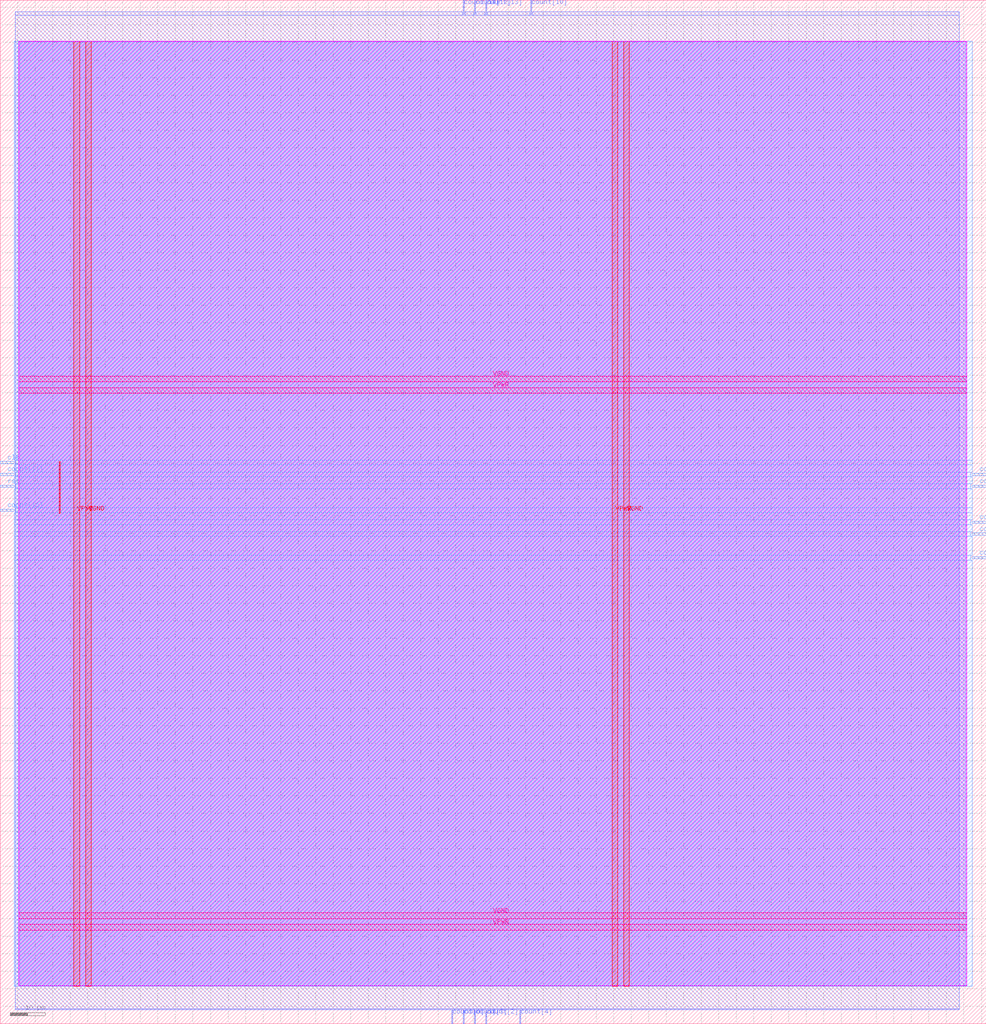
<source format=lef>
VERSION 5.7 ;
  NOWIREEXTENSIONATPIN ON ;
  DIVIDERCHAR "/" ;
  BUSBITCHARS "[]" ;
MACRO counter16bit
  CLASS BLOCK ;
  FOREIGN counter16bit ;
  ORIGIN 0.000 0.000 ;
  SIZE 281.355 BY 292.075 ;
  PIN VGND
    DIRECTION INOUT ;
    USE GROUND ;
    PORT
      LAYER met4 ;
        RECT 24.340 10.640 25.940 280.400 ;
    END
    PORT
      LAYER met4 ;
        RECT 177.940 10.640 179.540 280.400 ;
    END
    PORT
      LAYER met5 ;
        RECT 5.280 30.030 275.780 31.630 ;
    END
    PORT
      LAYER met5 ;
        RECT 5.280 183.210 275.780 184.810 ;
    END
  END VGND
  PIN VPWR
    DIRECTION INOUT ;
    USE POWER ;
    PORT
      LAYER met4 ;
        RECT 21.040 10.640 22.640 280.400 ;
    END
    PORT
      LAYER met4 ;
        RECT 174.640 10.640 176.240 280.400 ;
    END
    PORT
      LAYER met5 ;
        RECT 5.280 26.730 275.780 28.330 ;
    END
    PORT
      LAYER met5 ;
        RECT 5.280 179.910 275.780 181.510 ;
    END
  END VPWR
  PIN clk
    DIRECTION INPUT ;
    USE SIGNAL ;
    ANTENNAGATEAREA 0.852000 ;
    PORT
      LAYER met3 ;
        RECT 0.000 159.840 4.000 160.440 ;
    END
  END clk
  PIN count[0]
    DIRECTION OUTPUT ;
    USE SIGNAL ;
    ANTENNADIFFAREA 0.445500 ;
    PORT
      LAYER met2 ;
        RECT 128.890 0.000 129.170 4.000 ;
    END
  END count[0]
  PIN count[10]
    DIRECTION OUTPUT ;
    USE SIGNAL ;
    ANTENNADIFFAREA 0.795200 ;
    PORT
      LAYER met2 ;
        RECT 151.430 288.075 151.710 292.075 ;
    END
  END count[10]
  PIN count[11]
    DIRECTION OUTPUT ;
    USE SIGNAL ;
    ANTENNADIFFAREA 0.445500 ;
    PORT
      LAYER met3 ;
        RECT 0.000 156.440 4.000 157.040 ;
    END
  END count[11]
  PIN count[12]
    DIRECTION OUTPUT ;
    USE SIGNAL ;
    ANTENNADIFFAREA 0.795200 ;
    PORT
      LAYER met2 ;
        RECT 135.330 288.075 135.610 292.075 ;
    END
  END count[12]
  PIN count[13]
    DIRECTION OUTPUT ;
    USE SIGNAL ;
    ANTENNADIFFAREA 0.795200 ;
    PORT
      LAYER met2 ;
        RECT 138.550 288.075 138.830 292.075 ;
    END
  END count[13]
  PIN count[14]
    DIRECTION OUTPUT ;
    USE SIGNAL ;
    ANTENNADIFFAREA 0.795200 ;
    PORT
      LAYER met2 ;
        RECT 132.110 288.075 132.390 292.075 ;
    END
  END count[14]
  PIN count[15]
    DIRECTION OUTPUT ;
    USE SIGNAL ;
    ANTENNADIFFAREA 0.445500 ;
    PORT
      LAYER met3 ;
        RECT 0.000 146.240 4.000 146.840 ;
    END
  END count[15]
  PIN count[1]
    DIRECTION OUTPUT ;
    USE SIGNAL ;
    ANTENNADIFFAREA 0.445500 ;
    PORT
      LAYER met2 ;
        RECT 132.110 0.000 132.390 4.000 ;
    END
  END count[1]
  PIN count[2]
    DIRECTION OUTPUT ;
    USE SIGNAL ;
    ANTENNADIFFAREA 0.445500 ;
    PORT
      LAYER met2 ;
        RECT 138.550 0.000 138.830 4.000 ;
    END
  END count[2]
  PIN count[3]
    DIRECTION OUTPUT ;
    USE SIGNAL ;
    ANTENNADIFFAREA 0.445500 ;
    PORT
      LAYER met2 ;
        RECT 135.330 0.000 135.610 4.000 ;
    END
  END count[3]
  PIN count[4]
    DIRECTION OUTPUT ;
    USE SIGNAL ;
    ANTENNADIFFAREA 0.445500 ;
    PORT
      LAYER met2 ;
        RECT 148.210 0.000 148.490 4.000 ;
    END
  END count[4]
  PIN count[5]
    DIRECTION OUTPUT ;
    USE SIGNAL ;
    ANTENNADIFFAREA 0.445500 ;
    PORT
      LAYER met3 ;
        RECT 277.355 132.640 281.355 133.240 ;
    END
  END count[5]
  PIN count[6]
    DIRECTION OUTPUT ;
    USE SIGNAL ;
    ANTENNADIFFAREA 0.445500 ;
    PORT
      LAYER met3 ;
        RECT 277.355 139.440 281.355 140.040 ;
    END
  END count[6]
  PIN count[7]
    DIRECTION OUTPUT ;
    USE SIGNAL ;
    ANTENNADIFFAREA 0.445500 ;
    PORT
      LAYER met3 ;
        RECT 277.355 142.840 281.355 143.440 ;
    END
  END count[7]
  PIN count[8]
    DIRECTION OUTPUT ;
    USE SIGNAL ;
    ANTENNADIFFAREA 0.445500 ;
    PORT
      LAYER met3 ;
        RECT 277.355 153.040 281.355 153.640 ;
    END
  END count[8]
  PIN count[9]
    DIRECTION OUTPUT ;
    USE SIGNAL ;
    ANTENNADIFFAREA 0.445500 ;
    PORT
      LAYER met3 ;
        RECT 277.355 156.440 281.355 157.040 ;
    END
  END count[9]
  PIN rst
    DIRECTION INPUT ;
    USE SIGNAL ;
    ANTENNAGATEAREA 0.159000 ;
    PORT
      LAYER met3 ;
        RECT 0.000 153.040 4.000 153.640 ;
    END
  END rst
  OBS
      LAYER nwell ;
        RECT 5.330 10.795 275.730 280.350 ;
      LAYER li1 ;
        RECT 5.520 10.795 275.540 280.245 ;
      LAYER met1 ;
        RECT 4.210 10.640 275.540 280.400 ;
      LAYER met2 ;
        RECT 4.230 287.795 131.830 288.730 ;
        RECT 132.670 287.795 135.050 288.730 ;
        RECT 135.890 287.795 138.270 288.730 ;
        RECT 139.110 287.795 151.150 288.730 ;
        RECT 151.990 287.795 273.610 288.730 ;
        RECT 4.230 4.280 273.610 287.795 ;
        RECT 4.230 4.000 128.610 4.280 ;
        RECT 129.450 4.000 131.830 4.280 ;
        RECT 132.670 4.000 135.050 4.280 ;
        RECT 135.890 4.000 138.270 4.280 ;
        RECT 139.110 4.000 147.930 4.280 ;
        RECT 148.770 4.000 273.610 4.280 ;
      LAYER met3 ;
        RECT 3.990 160.840 277.355 280.325 ;
        RECT 4.400 159.440 277.355 160.840 ;
        RECT 3.990 157.440 277.355 159.440 ;
        RECT 4.400 156.040 276.955 157.440 ;
        RECT 3.990 154.040 277.355 156.040 ;
        RECT 4.400 152.640 276.955 154.040 ;
        RECT 3.990 147.240 277.355 152.640 ;
        RECT 4.400 145.840 277.355 147.240 ;
        RECT 3.990 143.840 277.355 145.840 ;
        RECT 3.990 142.440 276.955 143.840 ;
        RECT 3.990 140.440 277.355 142.440 ;
        RECT 3.990 139.040 276.955 140.440 ;
        RECT 3.990 133.640 277.355 139.040 ;
        RECT 3.990 132.240 276.955 133.640 ;
        RECT 3.990 10.715 277.355 132.240 ;
      LAYER met4 ;
        RECT 16.855 145.695 17.185 160.305 ;
  END
END counter16bit
END LIBRARY


</source>
